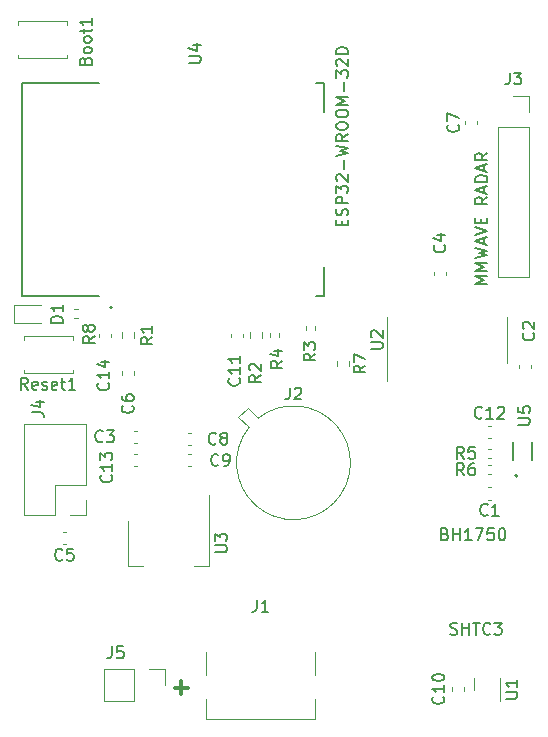
<source format=gto>
G04 #@! TF.GenerationSoftware,KiCad,Pcbnew,6.0.7-f9a2dced07~116~ubuntu20.04.1*
G04 #@! TF.CreationDate,2022-12-02T22:22:49+05:00*
G04 #@! TF.ProjectId,smart light,736d6172-7420-46c6-9967-68742e6b6963,rev?*
G04 #@! TF.SameCoordinates,Original*
G04 #@! TF.FileFunction,Legend,Top*
G04 #@! TF.FilePolarity,Positive*
%FSLAX46Y46*%
G04 Gerber Fmt 4.6, Leading zero omitted, Abs format (unit mm)*
G04 Created by KiCad (PCBNEW 6.0.7-f9a2dced07~116~ubuntu20.04.1) date 2022-12-02 22:22:49*
%MOMM*%
%LPD*%
G01*
G04 APERTURE LIST*
%ADD10C,0.300000*%
%ADD11C,0.150000*%
%ADD12C,0.120000*%
%ADD13C,0.127000*%
%ADD14C,0.200000*%
G04 APERTURE END LIST*
D10*
X154001560Y-99853888D02*
X154001560Y-98711031D01*
X154572989Y-99282460D02*
X153430132Y-99282460D01*
D11*
X179451560Y-76397602D02*
X179403941Y-76445221D01*
X179261084Y-76492840D01*
X179165846Y-76492840D01*
X179022989Y-76445221D01*
X178927751Y-76349983D01*
X178880132Y-76254745D01*
X178832513Y-76064269D01*
X178832513Y-75921412D01*
X178880132Y-75730936D01*
X178927751Y-75635698D01*
X179022989Y-75540460D01*
X179165846Y-75492840D01*
X179261084Y-75492840D01*
X179403941Y-75540460D01*
X179451560Y-75588079D01*
X180403941Y-76492840D02*
X179832513Y-76492840D01*
X180118227Y-76492840D02*
X180118227Y-75492840D01*
X180022989Y-75635698D01*
X179927751Y-75730936D01*
X179832513Y-75778555D01*
X180784894Y-75588079D02*
X180832513Y-75540460D01*
X180927751Y-75492840D01*
X181165846Y-75492840D01*
X181261084Y-75540460D01*
X181308703Y-75588079D01*
X181356322Y-75683317D01*
X181356322Y-75778555D01*
X181308703Y-75921412D01*
X180737275Y-76492840D01*
X181356322Y-76492840D01*
X141346798Y-75973793D02*
X142061084Y-75973793D01*
X142203941Y-76021412D01*
X142299179Y-76116650D01*
X142346798Y-76259507D01*
X142346798Y-76354745D01*
X141680132Y-75069031D02*
X142346798Y-75069031D01*
X141299179Y-75307126D02*
X142013465Y-75545221D01*
X142013465Y-74926174D01*
X151546798Y-69607126D02*
X151070608Y-69940460D01*
X151546798Y-70178555D02*
X150546798Y-70178555D01*
X150546798Y-69797602D01*
X150594418Y-69702364D01*
X150642037Y-69654745D01*
X150737275Y-69607126D01*
X150880132Y-69607126D01*
X150975370Y-69654745D01*
X151022989Y-69702364D01*
X151070608Y-69797602D01*
X151070608Y-70178555D01*
X151546798Y-68654745D02*
X151546798Y-69226174D01*
X151546798Y-68940460D02*
X150546798Y-68940460D01*
X150689656Y-69035698D01*
X150784894Y-69130936D01*
X150832513Y-69226174D01*
X145872989Y-46185698D02*
X145920608Y-46042840D01*
X145968227Y-45995221D01*
X146063465Y-45947602D01*
X146206322Y-45947602D01*
X146301560Y-45995221D01*
X146349179Y-46042840D01*
X146396798Y-46138079D01*
X146396798Y-46519031D01*
X145396798Y-46519031D01*
X145396798Y-46185698D01*
X145444418Y-46090460D01*
X145492037Y-46042840D01*
X145587275Y-45995221D01*
X145682513Y-45995221D01*
X145777751Y-46042840D01*
X145825370Y-46090460D01*
X145872989Y-46185698D01*
X145872989Y-46519031D01*
X146396798Y-45376174D02*
X146349179Y-45471412D01*
X146301560Y-45519031D01*
X146206322Y-45566650D01*
X145920608Y-45566650D01*
X145825370Y-45519031D01*
X145777751Y-45471412D01*
X145730132Y-45376174D01*
X145730132Y-45233317D01*
X145777751Y-45138079D01*
X145825370Y-45090460D01*
X145920608Y-45042840D01*
X146206322Y-45042840D01*
X146301560Y-45090460D01*
X146349179Y-45138079D01*
X146396798Y-45233317D01*
X146396798Y-45376174D01*
X146396798Y-44471412D02*
X146349179Y-44566650D01*
X146301560Y-44614269D01*
X146206322Y-44661888D01*
X145920608Y-44661888D01*
X145825370Y-44614269D01*
X145777751Y-44566650D01*
X145730132Y-44471412D01*
X145730132Y-44328555D01*
X145777751Y-44233317D01*
X145825370Y-44185698D01*
X145920608Y-44138079D01*
X146206322Y-44138079D01*
X146301560Y-44185698D01*
X146349179Y-44233317D01*
X146396798Y-44328555D01*
X146396798Y-44471412D01*
X145730132Y-43852364D02*
X145730132Y-43471412D01*
X145396798Y-43709507D02*
X146253941Y-43709507D01*
X146349179Y-43661888D01*
X146396798Y-43566650D01*
X146396798Y-43471412D01*
X146396798Y-42614269D02*
X146396798Y-43185698D01*
X146396798Y-42899983D02*
X145396798Y-42899983D01*
X145539656Y-42995221D01*
X145634894Y-43090460D01*
X145682513Y-43185698D01*
X176251560Y-61807126D02*
X176299179Y-61854745D01*
X176346798Y-61997602D01*
X176346798Y-62092840D01*
X176299179Y-62235698D01*
X176203941Y-62330936D01*
X176108703Y-62378555D01*
X175918227Y-62426174D01*
X175775370Y-62426174D01*
X175584894Y-62378555D01*
X175489656Y-62330936D01*
X175394418Y-62235698D01*
X175346798Y-62092840D01*
X175346798Y-61997602D01*
X175394418Y-61854745D01*
X175442037Y-61807126D01*
X175680132Y-60949983D02*
X176346798Y-60949983D01*
X175299179Y-61188079D02*
X176013465Y-61426174D01*
X176013465Y-60807126D01*
X154646798Y-46352364D02*
X155456322Y-46352364D01*
X155551560Y-46304745D01*
X155599179Y-46257126D01*
X155646798Y-46161888D01*
X155646798Y-45971412D01*
X155599179Y-45876174D01*
X155551560Y-45828555D01*
X155456322Y-45780936D01*
X154646798Y-45780936D01*
X154980132Y-44876174D02*
X155646798Y-44876174D01*
X154599179Y-45114269D02*
X155313465Y-45352364D01*
X155313465Y-44733317D01*
X167587989Y-60144269D02*
X167587989Y-59810936D01*
X168111798Y-59668079D02*
X168111798Y-60144269D01*
X167111798Y-60144269D01*
X167111798Y-59668079D01*
X168064179Y-59287126D02*
X168111798Y-59144269D01*
X168111798Y-58906174D01*
X168064179Y-58810936D01*
X168016560Y-58763317D01*
X167921322Y-58715698D01*
X167826084Y-58715698D01*
X167730846Y-58763317D01*
X167683227Y-58810936D01*
X167635608Y-58906174D01*
X167587989Y-59096650D01*
X167540370Y-59191888D01*
X167492751Y-59239507D01*
X167397513Y-59287126D01*
X167302275Y-59287126D01*
X167207037Y-59239507D01*
X167159418Y-59191888D01*
X167111798Y-59096650D01*
X167111798Y-58858555D01*
X167159418Y-58715698D01*
X168111798Y-58287126D02*
X167111798Y-58287126D01*
X167111798Y-57906174D01*
X167159418Y-57810936D01*
X167207037Y-57763317D01*
X167302275Y-57715698D01*
X167445132Y-57715698D01*
X167540370Y-57763317D01*
X167587989Y-57810936D01*
X167635608Y-57906174D01*
X167635608Y-58287126D01*
X167111798Y-57382364D02*
X167111798Y-56763317D01*
X167492751Y-57096650D01*
X167492751Y-56953793D01*
X167540370Y-56858555D01*
X167587989Y-56810936D01*
X167683227Y-56763317D01*
X167921322Y-56763317D01*
X168016560Y-56810936D01*
X168064179Y-56858555D01*
X168111798Y-56953793D01*
X168111798Y-57239507D01*
X168064179Y-57334745D01*
X168016560Y-57382364D01*
X167207037Y-56382364D02*
X167159418Y-56334745D01*
X167111798Y-56239507D01*
X167111798Y-56001412D01*
X167159418Y-55906174D01*
X167207037Y-55858555D01*
X167302275Y-55810936D01*
X167397513Y-55810936D01*
X167540370Y-55858555D01*
X168111798Y-56429983D01*
X168111798Y-55810936D01*
X167730846Y-55382364D02*
X167730846Y-54620460D01*
X167111798Y-54239507D02*
X168111798Y-54001412D01*
X167397513Y-53810936D01*
X168111798Y-53620460D01*
X167111798Y-53382364D01*
X168111798Y-52429983D02*
X167635608Y-52763317D01*
X168111798Y-53001412D02*
X167111798Y-53001412D01*
X167111798Y-52620460D01*
X167159418Y-52525221D01*
X167207037Y-52477602D01*
X167302275Y-52429983D01*
X167445132Y-52429983D01*
X167540370Y-52477602D01*
X167587989Y-52525221D01*
X167635608Y-52620460D01*
X167635608Y-53001412D01*
X167111798Y-51810936D02*
X167111798Y-51620460D01*
X167159418Y-51525221D01*
X167254656Y-51429983D01*
X167445132Y-51382364D01*
X167778465Y-51382364D01*
X167968941Y-51429983D01*
X168064179Y-51525221D01*
X168111798Y-51620460D01*
X168111798Y-51810936D01*
X168064179Y-51906174D01*
X167968941Y-52001412D01*
X167778465Y-52049031D01*
X167445132Y-52049031D01*
X167254656Y-52001412D01*
X167159418Y-51906174D01*
X167111798Y-51810936D01*
X167111798Y-50763317D02*
X167111798Y-50572840D01*
X167159418Y-50477602D01*
X167254656Y-50382364D01*
X167445132Y-50334745D01*
X167778465Y-50334745D01*
X167968941Y-50382364D01*
X168064179Y-50477602D01*
X168111798Y-50572840D01*
X168111798Y-50763317D01*
X168064179Y-50858555D01*
X167968941Y-50953793D01*
X167778465Y-51001412D01*
X167445132Y-51001412D01*
X167254656Y-50953793D01*
X167159418Y-50858555D01*
X167111798Y-50763317D01*
X168111798Y-49906174D02*
X167111798Y-49906174D01*
X167826084Y-49572840D01*
X167111798Y-49239507D01*
X168111798Y-49239507D01*
X167730846Y-48763317D02*
X167730846Y-48001412D01*
X167111798Y-47620460D02*
X167111798Y-47001412D01*
X167492751Y-47334745D01*
X167492751Y-47191888D01*
X167540370Y-47096650D01*
X167587989Y-47049031D01*
X167683227Y-47001412D01*
X167921322Y-47001412D01*
X168016560Y-47049031D01*
X168064179Y-47096650D01*
X168111798Y-47191888D01*
X168111798Y-47477602D01*
X168064179Y-47572840D01*
X168016560Y-47620460D01*
X167207037Y-46620460D02*
X167159418Y-46572840D01*
X167111798Y-46477602D01*
X167111798Y-46239507D01*
X167159418Y-46144269D01*
X167207037Y-46096650D01*
X167302275Y-46049031D01*
X167397513Y-46049031D01*
X167540370Y-46096650D01*
X168111798Y-46668079D01*
X168111798Y-46049031D01*
X168111798Y-45620460D02*
X167111798Y-45620460D01*
X167111798Y-45382364D01*
X167159418Y-45239507D01*
X167254656Y-45144269D01*
X167349894Y-45096650D01*
X167540370Y-45049031D01*
X167683227Y-45049031D01*
X167873703Y-45096650D01*
X167968941Y-45144269D01*
X168064179Y-45239507D01*
X168111798Y-45382364D01*
X168111798Y-45620460D01*
X177927751Y-79892840D02*
X177594418Y-79416650D01*
X177356322Y-79892840D02*
X177356322Y-78892840D01*
X177737275Y-78892840D01*
X177832513Y-78940460D01*
X177880132Y-78988079D01*
X177927751Y-79083317D01*
X177927751Y-79226174D01*
X177880132Y-79321412D01*
X177832513Y-79369031D01*
X177737275Y-79416650D01*
X177356322Y-79416650D01*
X178832513Y-78892840D02*
X178356322Y-78892840D01*
X178308703Y-79369031D01*
X178356322Y-79321412D01*
X178451560Y-79273793D01*
X178689656Y-79273793D01*
X178784894Y-79321412D01*
X178832513Y-79369031D01*
X178880132Y-79464269D01*
X178880132Y-79702364D01*
X178832513Y-79797602D01*
X178784894Y-79845221D01*
X178689656Y-79892840D01*
X178451560Y-79892840D01*
X178356322Y-79845221D01*
X178308703Y-79797602D01*
X156846798Y-87802364D02*
X157656322Y-87802364D01*
X157751560Y-87754745D01*
X157799179Y-87707126D01*
X157846798Y-87611888D01*
X157846798Y-87421412D01*
X157799179Y-87326174D01*
X157751560Y-87278555D01*
X157656322Y-87230936D01*
X156846798Y-87230936D01*
X156846798Y-86849983D02*
X156846798Y-86230936D01*
X157227751Y-86564269D01*
X157227751Y-86421412D01*
X157275370Y-86326174D01*
X157322989Y-86278555D01*
X157418227Y-86230936D01*
X157656322Y-86230936D01*
X157751560Y-86278555D01*
X157799179Y-86326174D01*
X157846798Y-86421412D01*
X157846798Y-86707126D01*
X157799179Y-86802364D01*
X157751560Y-86849983D01*
X162546798Y-71607126D02*
X162070608Y-71940460D01*
X162546798Y-72178555D02*
X161546798Y-72178555D01*
X161546798Y-71797602D01*
X161594418Y-71702364D01*
X161642037Y-71654745D01*
X161737275Y-71607126D01*
X161880132Y-71607126D01*
X161975370Y-71654745D01*
X162022989Y-71702364D01*
X162070608Y-71797602D01*
X162070608Y-72178555D01*
X161880132Y-70749983D02*
X162546798Y-70749983D01*
X161499179Y-70988079D02*
X162213465Y-71226174D01*
X162213465Y-70607126D01*
X146646798Y-69507126D02*
X146170608Y-69840460D01*
X146646798Y-70078555D02*
X145646798Y-70078555D01*
X145646798Y-69697602D01*
X145694418Y-69602364D01*
X145742037Y-69554745D01*
X145837275Y-69507126D01*
X145980132Y-69507126D01*
X146075370Y-69554745D01*
X146122989Y-69602364D01*
X146170608Y-69697602D01*
X146170608Y-70078555D01*
X146075370Y-68935698D02*
X146027751Y-69030936D01*
X145980132Y-69078555D01*
X145884894Y-69126174D01*
X145837275Y-69126174D01*
X145742037Y-69078555D01*
X145694418Y-69030936D01*
X145646798Y-68935698D01*
X145646798Y-68745221D01*
X145694418Y-68649983D01*
X145742037Y-68602364D01*
X145837275Y-68554745D01*
X145884894Y-68554745D01*
X145980132Y-68602364D01*
X146027751Y-68649983D01*
X146075370Y-68745221D01*
X146075370Y-68935698D01*
X146122989Y-69030936D01*
X146170608Y-69078555D01*
X146265846Y-69126174D01*
X146456322Y-69126174D01*
X146551560Y-69078555D01*
X146599179Y-69030936D01*
X146646798Y-68935698D01*
X146646798Y-68745221D01*
X146599179Y-68649983D01*
X146551560Y-68602364D01*
X146456322Y-68554745D01*
X146265846Y-68554745D01*
X146170608Y-68602364D01*
X146122989Y-68649983D01*
X146075370Y-68745221D01*
X148111084Y-95792840D02*
X148111084Y-96507126D01*
X148063465Y-96649983D01*
X147968227Y-96745221D01*
X147825370Y-96792840D01*
X147730132Y-96792840D01*
X149063465Y-95792840D02*
X148587275Y-95792840D01*
X148539656Y-96269031D01*
X148587275Y-96221412D01*
X148682513Y-96173793D01*
X148920608Y-96173793D01*
X149015846Y-96221412D01*
X149063465Y-96269031D01*
X149111084Y-96364269D01*
X149111084Y-96602364D01*
X149063465Y-96697602D01*
X149015846Y-96745221D01*
X148920608Y-96792840D01*
X148682513Y-96792840D01*
X148587275Y-96745221D01*
X148539656Y-96697602D01*
X177927751Y-81292840D02*
X177594418Y-80816650D01*
X177356322Y-81292840D02*
X177356322Y-80292840D01*
X177737275Y-80292840D01*
X177832513Y-80340460D01*
X177880132Y-80388079D01*
X177927751Y-80483317D01*
X177927751Y-80626174D01*
X177880132Y-80721412D01*
X177832513Y-80769031D01*
X177737275Y-80816650D01*
X177356322Y-80816650D01*
X178784894Y-80292840D02*
X178594418Y-80292840D01*
X178499179Y-80340460D01*
X178451560Y-80388079D01*
X178356322Y-80530936D01*
X178308703Y-80721412D01*
X178308703Y-81102364D01*
X178356322Y-81197602D01*
X178403941Y-81245221D01*
X178499179Y-81292840D01*
X178689656Y-81292840D01*
X178784894Y-81245221D01*
X178832513Y-81197602D01*
X178880132Y-81102364D01*
X178880132Y-80864269D01*
X178832513Y-80769031D01*
X178784894Y-80721412D01*
X178689656Y-80673793D01*
X178499179Y-80673793D01*
X178403941Y-80721412D01*
X178356322Y-80769031D01*
X178308703Y-80864269D01*
X156927751Y-78597602D02*
X156880132Y-78645221D01*
X156737275Y-78692840D01*
X156642037Y-78692840D01*
X156499179Y-78645221D01*
X156403941Y-78549983D01*
X156356322Y-78454745D01*
X156308703Y-78264269D01*
X156308703Y-78121412D01*
X156356322Y-77930936D01*
X156403941Y-77835698D01*
X156499179Y-77740460D01*
X156642037Y-77692840D01*
X156737275Y-77692840D01*
X156880132Y-77740460D01*
X156927751Y-77788079D01*
X157499179Y-78121412D02*
X157403941Y-78073793D01*
X157356322Y-78026174D01*
X157308703Y-77930936D01*
X157308703Y-77883317D01*
X157356322Y-77788079D01*
X157403941Y-77740460D01*
X157499179Y-77692840D01*
X157689656Y-77692840D01*
X157784894Y-77740460D01*
X157832513Y-77788079D01*
X157880132Y-77883317D01*
X157880132Y-77930936D01*
X157832513Y-78026174D01*
X157784894Y-78073793D01*
X157689656Y-78121412D01*
X157499179Y-78121412D01*
X157403941Y-78169031D01*
X157356322Y-78216650D01*
X157308703Y-78311888D01*
X157308703Y-78502364D01*
X157356322Y-78597602D01*
X157403941Y-78645221D01*
X157499179Y-78692840D01*
X157689656Y-78692840D01*
X157784894Y-78645221D01*
X157832513Y-78597602D01*
X157880132Y-78502364D01*
X157880132Y-78311888D01*
X157832513Y-78216650D01*
X157784894Y-78169031D01*
X157689656Y-78121412D01*
X183801560Y-69257126D02*
X183849179Y-69304745D01*
X183896798Y-69447602D01*
X183896798Y-69542840D01*
X183849179Y-69685698D01*
X183753941Y-69780936D01*
X183658703Y-69828555D01*
X183468227Y-69876174D01*
X183325370Y-69876174D01*
X183134894Y-69828555D01*
X183039656Y-69780936D01*
X182944418Y-69685698D01*
X182896798Y-69542840D01*
X182896798Y-69447602D01*
X182944418Y-69304745D01*
X182992037Y-69257126D01*
X182992037Y-68876174D02*
X182944418Y-68828555D01*
X182896798Y-68733317D01*
X182896798Y-68495221D01*
X182944418Y-68399983D01*
X182992037Y-68352364D01*
X183087275Y-68304745D01*
X183182513Y-68304745D01*
X183325370Y-68352364D01*
X183896798Y-68923793D01*
X183896798Y-68304745D01*
X181446798Y-100202364D02*
X182256322Y-100202364D01*
X182351560Y-100154745D01*
X182399179Y-100107126D01*
X182446798Y-100011888D01*
X182446798Y-99821412D01*
X182399179Y-99726174D01*
X182351560Y-99678555D01*
X182256322Y-99630936D01*
X181446798Y-99630936D01*
X182446798Y-98630936D02*
X182446798Y-99202364D01*
X182446798Y-98916650D02*
X181446798Y-98916650D01*
X181589656Y-99011888D01*
X181684894Y-99107126D01*
X181732513Y-99202364D01*
X176777751Y-94745221D02*
X176920608Y-94792840D01*
X177158703Y-94792840D01*
X177253941Y-94745221D01*
X177301560Y-94697602D01*
X177349179Y-94602364D01*
X177349179Y-94507126D01*
X177301560Y-94411888D01*
X177253941Y-94364269D01*
X177158703Y-94316650D01*
X176968227Y-94269031D01*
X176872989Y-94221412D01*
X176825370Y-94173793D01*
X176777751Y-94078555D01*
X176777751Y-93983317D01*
X176825370Y-93888079D01*
X176872989Y-93840460D01*
X176968227Y-93792840D01*
X177206322Y-93792840D01*
X177349179Y-93840460D01*
X177777751Y-94792840D02*
X177777751Y-93792840D01*
X177777751Y-94269031D02*
X178349179Y-94269031D01*
X178349179Y-94792840D02*
X178349179Y-93792840D01*
X178682513Y-93792840D02*
X179253941Y-93792840D01*
X178968227Y-94792840D02*
X178968227Y-93792840D01*
X180158703Y-94697602D02*
X180111084Y-94745221D01*
X179968227Y-94792840D01*
X179872989Y-94792840D01*
X179730132Y-94745221D01*
X179634894Y-94649983D01*
X179587275Y-94554745D01*
X179539656Y-94364269D01*
X179539656Y-94221412D01*
X179587275Y-94030936D01*
X179634894Y-93935698D01*
X179730132Y-93840460D01*
X179872989Y-93792840D01*
X179968227Y-93792840D01*
X180111084Y-93840460D01*
X180158703Y-93888079D01*
X180492037Y-93792840D02*
X181111084Y-93792840D01*
X180777751Y-94173793D01*
X180920608Y-94173793D01*
X181015846Y-94221412D01*
X181063465Y-94269031D01*
X181111084Y-94364269D01*
X181111084Y-94602364D01*
X181063465Y-94697602D01*
X181015846Y-94745221D01*
X180920608Y-94792840D01*
X180634894Y-94792840D01*
X180539656Y-94745221D01*
X180492037Y-94697602D01*
X181786084Y-47197840D02*
X181786084Y-47912126D01*
X181738465Y-48054983D01*
X181643227Y-48150221D01*
X181500370Y-48197840D01*
X181405132Y-48197840D01*
X182167037Y-47197840D02*
X182786084Y-47197840D01*
X182452751Y-47578793D01*
X182595608Y-47578793D01*
X182690846Y-47626412D01*
X182738465Y-47674031D01*
X182786084Y-47769269D01*
X182786084Y-48007364D01*
X182738465Y-48102602D01*
X182690846Y-48150221D01*
X182595608Y-48197840D01*
X182309894Y-48197840D01*
X182214656Y-48150221D01*
X182167037Y-48102602D01*
X179896798Y-65114269D02*
X178896798Y-65114269D01*
X179611084Y-64780936D01*
X178896798Y-64447602D01*
X179896798Y-64447602D01*
X179896798Y-63971412D02*
X178896798Y-63971412D01*
X179611084Y-63638079D01*
X178896798Y-63304745D01*
X179896798Y-63304745D01*
X178896798Y-62923793D02*
X179896798Y-62685698D01*
X179182513Y-62495221D01*
X179896798Y-62304745D01*
X178896798Y-62066650D01*
X179611084Y-61733317D02*
X179611084Y-61257126D01*
X179896798Y-61828555D02*
X178896798Y-61495221D01*
X179896798Y-61161888D01*
X178896798Y-60971412D02*
X179896798Y-60638079D01*
X178896798Y-60304745D01*
X179372989Y-59971412D02*
X179372989Y-59638079D01*
X179896798Y-59495221D02*
X179896798Y-59971412D01*
X178896798Y-59971412D01*
X178896798Y-59495221D01*
X179896798Y-57733317D02*
X179420608Y-58066650D01*
X179896798Y-58304745D02*
X178896798Y-58304745D01*
X178896798Y-57923793D01*
X178944418Y-57828555D01*
X178992037Y-57780936D01*
X179087275Y-57733317D01*
X179230132Y-57733317D01*
X179325370Y-57780936D01*
X179372989Y-57828555D01*
X179420608Y-57923793D01*
X179420608Y-58304745D01*
X179611084Y-57352364D02*
X179611084Y-56876174D01*
X179896798Y-57447602D02*
X178896798Y-57114269D01*
X179896798Y-56780936D01*
X179896798Y-56447602D02*
X178896798Y-56447602D01*
X178896798Y-56209507D01*
X178944418Y-56066650D01*
X179039656Y-55971412D01*
X179134894Y-55923793D01*
X179325370Y-55876174D01*
X179468227Y-55876174D01*
X179658703Y-55923793D01*
X179753941Y-55971412D01*
X179849179Y-56066650D01*
X179896798Y-56209507D01*
X179896798Y-56447602D01*
X179611084Y-55495221D02*
X179611084Y-55019031D01*
X179896798Y-55590460D02*
X178896798Y-55257126D01*
X179896798Y-54923793D01*
X179896798Y-54019031D02*
X179420608Y-54352364D01*
X179896798Y-54590460D02*
X178896798Y-54590460D01*
X178896798Y-54209507D01*
X178944418Y-54114269D01*
X178992037Y-54066650D01*
X179087275Y-54019031D01*
X179230132Y-54019031D01*
X179325370Y-54066650D01*
X179372989Y-54114269D01*
X179420608Y-54209507D01*
X179420608Y-54590460D01*
X157127751Y-80397602D02*
X157080132Y-80445221D01*
X156937275Y-80492840D01*
X156842037Y-80492840D01*
X156699179Y-80445221D01*
X156603941Y-80349983D01*
X156556322Y-80254745D01*
X156508703Y-80064269D01*
X156508703Y-79921412D01*
X156556322Y-79730936D01*
X156603941Y-79635698D01*
X156699179Y-79540460D01*
X156842037Y-79492840D01*
X156937275Y-79492840D01*
X157080132Y-79540460D01*
X157127751Y-79588079D01*
X157603941Y-80492840D02*
X157794418Y-80492840D01*
X157889656Y-80445221D01*
X157937275Y-80397602D01*
X158032513Y-80254745D01*
X158080132Y-80064269D01*
X158080132Y-79683317D01*
X158032513Y-79588079D01*
X157984894Y-79540460D01*
X157889656Y-79492840D01*
X157699179Y-79492840D01*
X157603941Y-79540460D01*
X157556322Y-79588079D01*
X157508703Y-79683317D01*
X157508703Y-79921412D01*
X157556322Y-80016650D01*
X157603941Y-80064269D01*
X157699179Y-80111888D01*
X157889656Y-80111888D01*
X157984894Y-80064269D01*
X158032513Y-80016650D01*
X158080132Y-79921412D01*
X147327751Y-78397602D02*
X147280132Y-78445221D01*
X147137275Y-78492840D01*
X147042037Y-78492840D01*
X146899179Y-78445221D01*
X146803941Y-78349983D01*
X146756322Y-78254745D01*
X146708703Y-78064269D01*
X146708703Y-77921412D01*
X146756322Y-77730936D01*
X146803941Y-77635698D01*
X146899179Y-77540460D01*
X147042037Y-77492840D01*
X147137275Y-77492840D01*
X147280132Y-77540460D01*
X147327751Y-77588079D01*
X147661084Y-77492840D02*
X148280132Y-77492840D01*
X147946798Y-77873793D01*
X148089656Y-77873793D01*
X148184894Y-77921412D01*
X148232513Y-77969031D01*
X148280132Y-78064269D01*
X148280132Y-78302364D01*
X148232513Y-78397602D01*
X148184894Y-78445221D01*
X148089656Y-78492840D01*
X147803941Y-78492840D01*
X147708703Y-78445221D01*
X147661084Y-78397602D01*
X179927751Y-84627602D02*
X179880132Y-84675221D01*
X179737275Y-84722840D01*
X179642037Y-84722840D01*
X179499179Y-84675221D01*
X179403941Y-84579983D01*
X179356322Y-84484745D01*
X179308703Y-84294269D01*
X179308703Y-84151412D01*
X179356322Y-83960936D01*
X179403941Y-83865698D01*
X179499179Y-83770460D01*
X179642037Y-83722840D01*
X179737275Y-83722840D01*
X179880132Y-83770460D01*
X179927751Y-83818079D01*
X180880132Y-84722840D02*
X180308703Y-84722840D01*
X180594418Y-84722840D02*
X180594418Y-83722840D01*
X180499179Y-83865698D01*
X180403941Y-83960936D01*
X180308703Y-84008555D01*
X140980132Y-74042840D02*
X140646798Y-73566650D01*
X140408703Y-74042840D02*
X140408703Y-73042840D01*
X140789656Y-73042840D01*
X140884894Y-73090460D01*
X140932513Y-73138079D01*
X140980132Y-73233317D01*
X140980132Y-73376174D01*
X140932513Y-73471412D01*
X140884894Y-73519031D01*
X140789656Y-73566650D01*
X140408703Y-73566650D01*
X141789656Y-73995221D02*
X141694418Y-74042840D01*
X141503941Y-74042840D01*
X141408703Y-73995221D01*
X141361084Y-73899983D01*
X141361084Y-73519031D01*
X141408703Y-73423793D01*
X141503941Y-73376174D01*
X141694418Y-73376174D01*
X141789656Y-73423793D01*
X141837275Y-73519031D01*
X141837275Y-73614269D01*
X141361084Y-73709507D01*
X142218227Y-73995221D02*
X142313465Y-74042840D01*
X142503941Y-74042840D01*
X142599179Y-73995221D01*
X142646798Y-73899983D01*
X142646798Y-73852364D01*
X142599179Y-73757126D01*
X142503941Y-73709507D01*
X142361084Y-73709507D01*
X142265846Y-73661888D01*
X142218227Y-73566650D01*
X142218227Y-73519031D01*
X142265846Y-73423793D01*
X142361084Y-73376174D01*
X142503941Y-73376174D01*
X142599179Y-73423793D01*
X143456322Y-73995221D02*
X143361084Y-74042840D01*
X143170608Y-74042840D01*
X143075370Y-73995221D01*
X143027751Y-73899983D01*
X143027751Y-73519031D01*
X143075370Y-73423793D01*
X143170608Y-73376174D01*
X143361084Y-73376174D01*
X143456322Y-73423793D01*
X143503941Y-73519031D01*
X143503941Y-73614269D01*
X143027751Y-73709507D01*
X143789656Y-73376174D02*
X144170608Y-73376174D01*
X143932513Y-73042840D02*
X143932513Y-73899983D01*
X143980132Y-73995221D01*
X144075370Y-74042840D01*
X144170608Y-74042840D01*
X145027751Y-74042840D02*
X144456322Y-74042840D01*
X144742037Y-74042840D02*
X144742037Y-73042840D01*
X144646798Y-73185698D01*
X144551560Y-73280936D01*
X144456322Y-73328555D01*
X158877560Y-73083317D02*
X158925179Y-73130936D01*
X158972798Y-73273793D01*
X158972798Y-73369031D01*
X158925179Y-73511888D01*
X158829941Y-73607126D01*
X158734703Y-73654745D01*
X158544227Y-73702364D01*
X158401370Y-73702364D01*
X158210894Y-73654745D01*
X158115656Y-73607126D01*
X158020418Y-73511888D01*
X157972798Y-73369031D01*
X157972798Y-73273793D01*
X158020418Y-73130936D01*
X158068037Y-73083317D01*
X158972798Y-72130936D02*
X158972798Y-72702364D01*
X158972798Y-72416650D02*
X157972798Y-72416650D01*
X158115656Y-72511888D01*
X158210894Y-72607126D01*
X158258513Y-72702364D01*
X158972798Y-71178555D02*
X158972798Y-71749983D01*
X158972798Y-71464269D02*
X157972798Y-71464269D01*
X158115656Y-71559507D01*
X158210894Y-71654745D01*
X158258513Y-71749983D01*
X170046798Y-70602364D02*
X170856322Y-70602364D01*
X170951560Y-70554745D01*
X170999179Y-70507126D01*
X171046798Y-70411888D01*
X171046798Y-70221412D01*
X170999179Y-70126174D01*
X170951560Y-70078555D01*
X170856322Y-70030936D01*
X170046798Y-70030936D01*
X170142037Y-69602364D02*
X170094418Y-69554745D01*
X170046798Y-69459507D01*
X170046798Y-69221412D01*
X170094418Y-69126174D01*
X170142037Y-69078555D01*
X170237275Y-69030936D01*
X170332513Y-69030936D01*
X170475370Y-69078555D01*
X171046798Y-69649983D01*
X171046798Y-69030936D01*
X169576798Y-72007126D02*
X169100608Y-72340460D01*
X169576798Y-72578555D02*
X168576798Y-72578555D01*
X168576798Y-72197602D01*
X168624418Y-72102364D01*
X168672037Y-72054745D01*
X168767275Y-72007126D01*
X168910132Y-72007126D01*
X169005370Y-72054745D01*
X169052989Y-72102364D01*
X169100608Y-72197602D01*
X169100608Y-72578555D01*
X168576798Y-71673793D02*
X168576798Y-71007126D01*
X169576798Y-71435698D01*
X177421560Y-51607126D02*
X177469179Y-51654745D01*
X177516798Y-51797602D01*
X177516798Y-51892840D01*
X177469179Y-52035698D01*
X177373941Y-52130936D01*
X177278703Y-52178555D01*
X177088227Y-52226174D01*
X176945370Y-52226174D01*
X176754894Y-52178555D01*
X176659656Y-52130936D01*
X176564418Y-52035698D01*
X176516798Y-51892840D01*
X176516798Y-51797602D01*
X176564418Y-51654745D01*
X176612037Y-51607126D01*
X176516798Y-51273793D02*
X176516798Y-50607126D01*
X177516798Y-51035698D01*
X176151560Y-100033317D02*
X176199179Y-100080936D01*
X176246798Y-100223793D01*
X176246798Y-100319031D01*
X176199179Y-100461888D01*
X176103941Y-100557126D01*
X176008703Y-100604745D01*
X175818227Y-100652364D01*
X175675370Y-100652364D01*
X175484894Y-100604745D01*
X175389656Y-100557126D01*
X175294418Y-100461888D01*
X175246798Y-100319031D01*
X175246798Y-100223793D01*
X175294418Y-100080936D01*
X175342037Y-100033317D01*
X176246798Y-99080936D02*
X176246798Y-99652364D01*
X176246798Y-99366650D02*
X175246798Y-99366650D01*
X175389656Y-99461888D01*
X175484894Y-99557126D01*
X175532513Y-99652364D01*
X175246798Y-98461888D02*
X175246798Y-98366650D01*
X175294418Y-98271412D01*
X175342037Y-98223793D01*
X175437275Y-98176174D01*
X175627751Y-98128555D01*
X175865846Y-98128555D01*
X176056322Y-98176174D01*
X176151560Y-98223793D01*
X176199179Y-98271412D01*
X176246798Y-98366650D01*
X176246798Y-98461888D01*
X176199179Y-98557126D01*
X176151560Y-98604745D01*
X176056322Y-98652364D01*
X175865846Y-98699983D01*
X175627751Y-98699983D01*
X175437275Y-98652364D01*
X175342037Y-98604745D01*
X175294418Y-98557126D01*
X175246798Y-98461888D01*
X148051560Y-81283317D02*
X148099179Y-81330936D01*
X148146798Y-81473793D01*
X148146798Y-81569031D01*
X148099179Y-81711888D01*
X148003941Y-81807126D01*
X147908703Y-81854745D01*
X147718227Y-81902364D01*
X147575370Y-81902364D01*
X147384894Y-81854745D01*
X147289656Y-81807126D01*
X147194418Y-81711888D01*
X147146798Y-81569031D01*
X147146798Y-81473793D01*
X147194418Y-81330936D01*
X147242037Y-81283317D01*
X148146798Y-80330936D02*
X148146798Y-80902364D01*
X148146798Y-80616650D02*
X147146798Y-80616650D01*
X147289656Y-80711888D01*
X147384894Y-80807126D01*
X147432513Y-80902364D01*
X147146798Y-79997602D02*
X147146798Y-79378555D01*
X147527751Y-79711888D01*
X147527751Y-79569031D01*
X147575370Y-79473793D01*
X147622989Y-79426174D01*
X147718227Y-79378555D01*
X147956322Y-79378555D01*
X148051560Y-79426174D01*
X148099179Y-79473793D01*
X148146798Y-79569031D01*
X148146798Y-79854745D01*
X148099179Y-79949983D01*
X148051560Y-79997602D01*
X147801560Y-73483317D02*
X147849179Y-73530936D01*
X147896798Y-73673793D01*
X147896798Y-73769031D01*
X147849179Y-73911888D01*
X147753941Y-74007126D01*
X147658703Y-74054745D01*
X147468227Y-74102364D01*
X147325370Y-74102364D01*
X147134894Y-74054745D01*
X147039656Y-74007126D01*
X146944418Y-73911888D01*
X146896798Y-73769031D01*
X146896798Y-73673793D01*
X146944418Y-73530936D01*
X146992037Y-73483317D01*
X147896798Y-72530936D02*
X147896798Y-73102364D01*
X147896798Y-72816650D02*
X146896798Y-72816650D01*
X147039656Y-72911888D01*
X147134894Y-73007126D01*
X147182513Y-73102364D01*
X147230132Y-71673793D02*
X147896798Y-71673793D01*
X146849179Y-71911888D02*
X147563465Y-72149983D01*
X147563465Y-71530936D01*
X182502096Y-77003342D02*
X183312658Y-77003342D01*
X183408019Y-76955662D01*
X183455699Y-76907982D01*
X183503379Y-76812621D01*
X183503379Y-76621901D01*
X183455699Y-76526540D01*
X183408019Y-76478860D01*
X183312658Y-76431180D01*
X182502096Y-76431180D01*
X182502096Y-75477577D02*
X182502096Y-75954379D01*
X182978897Y-76002059D01*
X182931217Y-75954379D01*
X182883537Y-75859018D01*
X182883537Y-75620618D01*
X182931217Y-75525257D01*
X182978897Y-75477577D01*
X183074258Y-75429897D01*
X183312658Y-75429897D01*
X183408019Y-75477577D01*
X183455699Y-75525257D01*
X183503379Y-75620618D01*
X183503379Y-75859018D01*
X183455699Y-75954379D01*
X183408019Y-76002059D01*
X176334826Y-86268957D02*
X176477831Y-86316625D01*
X176525500Y-86364294D01*
X176573168Y-86459631D01*
X176573168Y-86602636D01*
X176525500Y-86697973D01*
X176477831Y-86745642D01*
X176382494Y-86793310D01*
X176001146Y-86793310D01*
X176001146Y-85792271D01*
X176334826Y-85792271D01*
X176430163Y-85839940D01*
X176477831Y-85887609D01*
X176525500Y-85982946D01*
X176525500Y-86078283D01*
X176477831Y-86173620D01*
X176430163Y-86221288D01*
X176334826Y-86268957D01*
X176001146Y-86268957D01*
X177002185Y-86793310D02*
X177002185Y-85792271D01*
X177002185Y-86268957D02*
X177574207Y-86268957D01*
X177574207Y-86793310D02*
X177574207Y-85792271D01*
X178575246Y-86793310D02*
X178003224Y-86793310D01*
X178289235Y-86793310D02*
X178289235Y-85792271D01*
X178193898Y-85935277D01*
X178098561Y-86030614D01*
X178003224Y-86078283D01*
X178908926Y-85792271D02*
X179576285Y-85792271D01*
X179147268Y-86793310D01*
X180434319Y-85792271D02*
X179957633Y-85792271D01*
X179909965Y-86268957D01*
X179957633Y-86221288D01*
X180052970Y-86173620D01*
X180291313Y-86173620D01*
X180386650Y-86221288D01*
X180434319Y-86268957D01*
X180481987Y-86364294D01*
X180481987Y-86602636D01*
X180434319Y-86697973D01*
X180386650Y-86745642D01*
X180291313Y-86793310D01*
X180052970Y-86793310D01*
X179957633Y-86745642D01*
X179909965Y-86697973D01*
X181101678Y-85792271D02*
X181197015Y-85792271D01*
X181292352Y-85839940D01*
X181340021Y-85887609D01*
X181387689Y-85982946D01*
X181435358Y-86173620D01*
X181435358Y-86411962D01*
X181387689Y-86602636D01*
X181340021Y-86697973D01*
X181292352Y-86745642D01*
X181197015Y-86793310D01*
X181101678Y-86793310D01*
X181006341Y-86745642D01*
X180958672Y-86697973D01*
X180911004Y-86602636D01*
X180863335Y-86411962D01*
X180863335Y-86173620D01*
X180911004Y-85982946D01*
X180958672Y-85887609D01*
X181006341Y-85839940D01*
X181101678Y-85792271D01*
X143946798Y-68378555D02*
X142946798Y-68378555D01*
X142946798Y-68140460D01*
X142994418Y-67997602D01*
X143089656Y-67902364D01*
X143184894Y-67854745D01*
X143375370Y-67807126D01*
X143518227Y-67807126D01*
X143708703Y-67854745D01*
X143803941Y-67902364D01*
X143899179Y-67997602D01*
X143946798Y-68140460D01*
X143946798Y-68378555D01*
X143946798Y-66854745D02*
X143946798Y-67426174D01*
X143946798Y-67140460D02*
X142946798Y-67140460D01*
X143089656Y-67235698D01*
X143184894Y-67330936D01*
X143232513Y-67426174D01*
X163161084Y-73872840D02*
X163161084Y-74587126D01*
X163113465Y-74729983D01*
X163018227Y-74825221D01*
X162875370Y-74872840D01*
X162780132Y-74872840D01*
X163589656Y-73968079D02*
X163637275Y-73920460D01*
X163732513Y-73872840D01*
X163970608Y-73872840D01*
X164065846Y-73920460D01*
X164113465Y-73968079D01*
X164161084Y-74063317D01*
X164161084Y-74158555D01*
X164113465Y-74301412D01*
X163542037Y-74872840D01*
X164161084Y-74872840D01*
X165346798Y-71007126D02*
X164870608Y-71340460D01*
X165346798Y-71578555D02*
X164346798Y-71578555D01*
X164346798Y-71197602D01*
X164394418Y-71102364D01*
X164442037Y-71054745D01*
X164537275Y-71007126D01*
X164680132Y-71007126D01*
X164775370Y-71054745D01*
X164822989Y-71102364D01*
X164870608Y-71197602D01*
X164870608Y-71578555D01*
X164346798Y-70673793D02*
X164346798Y-70054745D01*
X164727751Y-70388079D01*
X164727751Y-70245221D01*
X164775370Y-70149983D01*
X164822989Y-70102364D01*
X164918227Y-70054745D01*
X165156322Y-70054745D01*
X165251560Y-70102364D01*
X165299179Y-70149983D01*
X165346798Y-70245221D01*
X165346798Y-70530936D01*
X165299179Y-70626174D01*
X165251560Y-70673793D01*
X143927751Y-88427602D02*
X143880132Y-88475221D01*
X143737275Y-88522840D01*
X143642037Y-88522840D01*
X143499179Y-88475221D01*
X143403941Y-88379983D01*
X143356322Y-88284745D01*
X143308703Y-88094269D01*
X143308703Y-87951412D01*
X143356322Y-87760936D01*
X143403941Y-87665698D01*
X143499179Y-87570460D01*
X143642037Y-87522840D01*
X143737275Y-87522840D01*
X143880132Y-87570460D01*
X143927751Y-87618079D01*
X144832513Y-87522840D02*
X144356322Y-87522840D01*
X144308703Y-87999031D01*
X144356322Y-87951412D01*
X144451560Y-87903793D01*
X144689656Y-87903793D01*
X144784894Y-87951412D01*
X144832513Y-87999031D01*
X144880132Y-88094269D01*
X144880132Y-88332364D01*
X144832513Y-88427602D01*
X144784894Y-88475221D01*
X144689656Y-88522840D01*
X144451560Y-88522840D01*
X144356322Y-88475221D01*
X144308703Y-88427602D01*
X160361084Y-91862840D02*
X160361084Y-92577126D01*
X160313465Y-92719983D01*
X160218227Y-92815221D01*
X160075370Y-92862840D01*
X159980132Y-92862840D01*
X161361084Y-92862840D02*
X160789656Y-92862840D01*
X161075370Y-92862840D02*
X161075370Y-91862840D01*
X160980132Y-92005698D01*
X160884894Y-92100936D01*
X160789656Y-92148555D01*
X149851560Y-75407126D02*
X149899179Y-75454745D01*
X149946798Y-75597602D01*
X149946798Y-75692840D01*
X149899179Y-75835698D01*
X149803941Y-75930936D01*
X149708703Y-75978555D01*
X149518227Y-76026174D01*
X149375370Y-76026174D01*
X149184894Y-75978555D01*
X149089656Y-75930936D01*
X148994418Y-75835698D01*
X148946798Y-75692840D01*
X148946798Y-75597602D01*
X148994418Y-75454745D01*
X149042037Y-75407126D01*
X148946798Y-74549983D02*
X148946798Y-74740460D01*
X148994418Y-74835698D01*
X149042037Y-74883317D01*
X149184894Y-74978555D01*
X149375370Y-75026174D01*
X149756322Y-75026174D01*
X149851560Y-74978555D01*
X149899179Y-74930936D01*
X149946798Y-74835698D01*
X149946798Y-74645221D01*
X149899179Y-74549983D01*
X149851560Y-74502364D01*
X149756322Y-74454745D01*
X149518227Y-74454745D01*
X149422989Y-74502364D01*
X149375370Y-74549983D01*
X149327751Y-74645221D01*
X149327751Y-74835698D01*
X149375370Y-74930936D01*
X149422989Y-74978555D01*
X149518227Y-75026174D01*
X160746798Y-72807126D02*
X160270608Y-73140460D01*
X160746798Y-73378555D02*
X159746798Y-73378555D01*
X159746798Y-72997602D01*
X159794418Y-72902364D01*
X159842037Y-72854745D01*
X159937275Y-72807126D01*
X160080132Y-72807126D01*
X160175370Y-72854745D01*
X160222989Y-72902364D01*
X160270608Y-72997602D01*
X160270608Y-73378555D01*
X159842037Y-72426174D02*
X159794418Y-72378555D01*
X159746798Y-72283317D01*
X159746798Y-72045221D01*
X159794418Y-71949983D01*
X159842037Y-71902364D01*
X159937275Y-71854745D01*
X160032513Y-71854745D01*
X160175370Y-71902364D01*
X160746798Y-72473793D01*
X160746798Y-71854745D01*
D12*
X180234998Y-77130460D02*
X179953838Y-77130460D01*
X180234998Y-78150460D02*
X179953838Y-78150460D01*
X145899418Y-84695460D02*
X144569418Y-84695460D01*
X145899418Y-82095460D02*
X143299418Y-82095460D01*
X145899418Y-82095460D02*
X145899418Y-76955460D01*
X145899418Y-76955460D02*
X140699418Y-76955460D01*
X140699418Y-84695460D02*
X140699418Y-76955460D01*
X145899418Y-83365460D02*
X145899418Y-84695460D01*
X143299418Y-82095460D02*
X143299418Y-84695460D01*
X143299418Y-84695460D02*
X140699418Y-84695460D01*
X150016918Y-69677718D02*
X150016918Y-69203202D01*
X148971918Y-69677718D02*
X148971918Y-69203202D01*
X140140418Y-45988460D02*
X140140418Y-45688460D01*
X144280418Y-42848460D02*
X144280418Y-43148460D01*
X140140418Y-42848460D02*
X144280418Y-42848460D01*
X144280418Y-45988460D02*
X140140418Y-45988460D01*
X140140418Y-43148460D02*
X140140418Y-42848460D01*
X144280418Y-45688460D02*
X144280418Y-45988460D01*
X175384418Y-64381040D02*
X175384418Y-64099880D01*
X176404418Y-64381040D02*
X176404418Y-64099880D01*
D13*
X166044418Y-50540460D02*
X166044418Y-48090460D01*
X166044418Y-66090460D02*
X166044418Y-63640460D01*
X166044418Y-48090460D02*
X165394418Y-48090460D01*
X140544418Y-66090460D02*
X140544418Y-48090460D01*
X147044418Y-66090460D02*
X140544418Y-66090460D01*
X165394418Y-66090460D02*
X166044418Y-66090460D01*
X140544418Y-48090460D02*
X147044418Y-48090460D01*
D14*
X148144418Y-67090460D02*
G75*
G03*
X148144418Y-67090460I-100000J0D01*
G01*
D12*
X180248059Y-79820460D02*
X179940777Y-79820460D01*
X180248059Y-79060460D02*
X179940777Y-79060460D01*
X156304418Y-82940460D02*
X156304418Y-88950460D01*
X149484418Y-88950460D02*
X150744418Y-88950460D01*
X149484418Y-85190460D02*
X149484418Y-88950460D01*
X156304418Y-88950460D02*
X155044418Y-88950460D01*
X162274418Y-69594101D02*
X162274418Y-69286819D01*
X161514418Y-69594101D02*
X161514418Y-69286819D01*
X145248059Y-68020460D02*
X144940777Y-68020460D01*
X145248059Y-67260460D02*
X144940777Y-67260460D01*
X152624418Y-97710460D02*
X152624418Y-99040460D01*
X151294418Y-97710460D02*
X152624418Y-97710460D01*
X147424418Y-97710460D02*
X147424418Y-100370460D01*
X150024418Y-97710460D02*
X147424418Y-97710460D01*
X150024418Y-100370460D02*
X147424418Y-100370460D01*
X150024418Y-97710460D02*
X150024418Y-100370460D01*
X180248059Y-81220460D02*
X179940777Y-81220460D01*
X180248059Y-80460460D02*
X179940777Y-80460460D01*
X154834998Y-77730460D02*
X154553838Y-77730460D01*
X154834998Y-78750460D02*
X154553838Y-78750460D01*
X183614418Y-72245040D02*
X183614418Y-71963880D01*
X182594418Y-72245040D02*
X182594418Y-71963880D01*
X178784418Y-99440460D02*
X178784418Y-98440460D01*
X181004418Y-100440460D02*
X181004418Y-98440460D01*
X183449418Y-51785460D02*
X183449418Y-64545460D01*
X183449418Y-49185460D02*
X183449418Y-50515460D01*
X180789418Y-64545460D02*
X183449418Y-64545460D01*
X182119418Y-49185460D02*
X183449418Y-49185460D01*
X180789418Y-51785460D02*
X180789418Y-64545460D01*
X180789418Y-51785460D02*
X183449418Y-51785460D01*
X154834998Y-79530460D02*
X154553838Y-79530460D01*
X154834998Y-80550460D02*
X154553838Y-80550460D01*
X150234998Y-78550460D02*
X149953838Y-78550460D01*
X150234998Y-77530460D02*
X149953838Y-77530460D01*
X180234998Y-83350460D02*
X179953838Y-83350460D01*
X180234998Y-82330460D02*
X179953838Y-82330460D01*
X140648418Y-69518460D02*
X144788418Y-69518460D01*
X144788418Y-72358460D02*
X144788418Y-72658460D01*
X144788418Y-69518460D02*
X144788418Y-69818460D01*
X140648418Y-72658460D02*
X140648418Y-72358460D01*
X140648418Y-69818460D02*
X140648418Y-69518460D01*
X144788418Y-72658460D02*
X140648418Y-72658460D01*
X159230418Y-69581040D02*
X159230418Y-69299880D01*
X158210418Y-69581040D02*
X158210418Y-69299880D01*
X181554418Y-69840460D02*
X181554418Y-71790460D01*
X171434418Y-69840460D02*
X171434418Y-67890460D01*
X181554418Y-69840460D02*
X181554418Y-67890460D01*
X171434418Y-69840460D02*
X171434418Y-73290460D01*
X168216918Y-71603202D02*
X168216918Y-72077718D01*
X167171918Y-71603202D02*
X167171918Y-72077718D01*
X177984418Y-51581040D02*
X177984418Y-51299880D01*
X179004418Y-51581040D02*
X179004418Y-51299880D01*
X176884418Y-99249880D02*
X176884418Y-99531040D01*
X177904418Y-99249880D02*
X177904418Y-99531040D01*
X149978838Y-80550460D02*
X150259998Y-80550460D01*
X149978838Y-79530460D02*
X150259998Y-79530460D01*
X148054418Y-69581040D02*
X148054418Y-69299880D01*
X147034418Y-69581040D02*
X147034418Y-69299880D01*
D13*
X182050418Y-78460460D02*
X182050418Y-80020460D01*
X183650418Y-80020460D02*
X183650418Y-78460460D01*
D14*
X182450418Y-81340460D02*
G75*
G03*
X182450418Y-81340460I-100000J0D01*
G01*
D12*
X139809418Y-66905460D02*
X139809418Y-68375460D01*
X142094418Y-66905460D02*
X139809418Y-66905460D01*
X139809418Y-68375460D02*
X142094418Y-68375460D01*
X159606379Y-75574604D02*
X158828562Y-76352421D01*
X160497334Y-76465558D02*
X159606379Y-75574604D01*
X158828562Y-76352421D02*
X159719516Y-77243376D01*
X159719744Y-77243089D02*
G75*
G03*
X160497334Y-76465558I3774674J-2997371D01*
G01*
X164514418Y-68994101D02*
X164514418Y-68686819D01*
X165274418Y-68994101D02*
X165274418Y-68686819D01*
X144234998Y-86130460D02*
X143953838Y-86130460D01*
X144234998Y-87150460D02*
X143953838Y-87150460D01*
X156114418Y-101910460D02*
X156114418Y-100205460D01*
X165274418Y-100205460D02*
X165274418Y-101910460D01*
X165274418Y-101910460D02*
X156114418Y-101910460D01*
X156114418Y-96275460D02*
X156114418Y-98195460D01*
X165274418Y-98195460D02*
X165274418Y-96275460D01*
X150004418Y-72781040D02*
X150004418Y-72499880D01*
X148984418Y-72781040D02*
X148984418Y-72499880D01*
X159771918Y-69203202D02*
X159771918Y-69677718D01*
X160816918Y-69203202D02*
X160816918Y-69677718D01*
M02*

</source>
